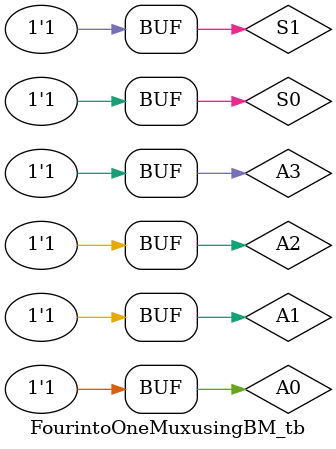
<source format=v>
module FourintoOneMuxusingBM_tb;
  reg A0,A1,A2,A3,S0,S1;
  wire O;
  
 FourintoOneMuxusingBM Mux4to1(.out(O),.i0(A0),.i1(A1),.i2(A2),.i3(A3),.s1(S1),.s0(S0));
  initial 
  begin
    A0=1'b0;
    A1=1'b0;
    A2=1'b0;
    A3=1'b0;
    S0=1'b0;
    S1=1'b0;
    #10;
    A0=1'b0;
    A1=1'b0;
    A2=1'b0;
    A3=1'b1;
    S0=1'b0;
    S1=1'b1;
    #10;
    A0=1'b0;
    A1=1'b0;
    A2=1'b1;
    A3=1'b0;
    S0=1'b1;
    S1=1'b0;
    #10;
    A0=1'b0;
    A1=1'b0;
    A2=1'b1;
    A3=1'b1;
    S0=1'b1;
    S1=1'b1;
    #10;
    A0=1'b0;
    A1=1'b1;
    A2=1'b0;
    A3=1'b0;
    S0=1'b0;
    S1=1'b0;
    #10; 
    A0=1'b0;
    A1=1'b1;
    A2=1'b0;
    A3=1'b1;
    S0=1'b0;
    S1=1'b1;
    #10; 
    A0=1'b0;
    A1=1'b1;
    A2=1'b1;
    A3=1'b0;
    S0=1'b1;
    S1=1'b0;
    #10;
    A0=1'b0;
    A1=1'b1;
    A2=1'b1;
    A3=1'b1;
    S0=1'b1;
    S1=1'b1;
    #10;
    A0=1'b1;
    A1=1'b0;
    A2=1'b0;
    A3=1'b0;
    S0=1'b0;
    S1=1'b0;
    #10;
    A0=1'b1;
    A1=1'b0;
    A2=1'b0;
    A3=1'b1;
    S0=1'b0;
    S1=1'b1;
    #10;
    A0=1'b1;
    A1=1'b0;
    A2=1'b1;
    A3=1'b0;
    S0=1'b1;
    S1=1'b0;
    #10;
    A0=1'b1;
    A1=1'b0;
    A2=1'b1;
    A3=1'b1;
    S0=1'b1;
    S1=1'b1;
    #10;
    A0=1'b1;
    A1=1'b1;
    A2=1'b0;
    A3=1'b0;
    S0=1'b0;
    S1=1'b0;
    #10;
    A0=1'b1;
    A1=1'b1;
    A2=1'b0;
    A3=1'b1;
    S0=1'b0;
    S1=1'b1;
    #10;
    A0=1'b1;
    A1=1'b1;
    A2=1'b1;
    A3=1'b0;
    S0=1'b1;
    S1=1'b0;
    #10;
    A0=1'b1;
    A1=1'b1;
    A2=1'b1;
    A3=1'b1;
    S0=1'b1;
    S1=1'b1;
    
    
  end
  
endmodule 





</source>
